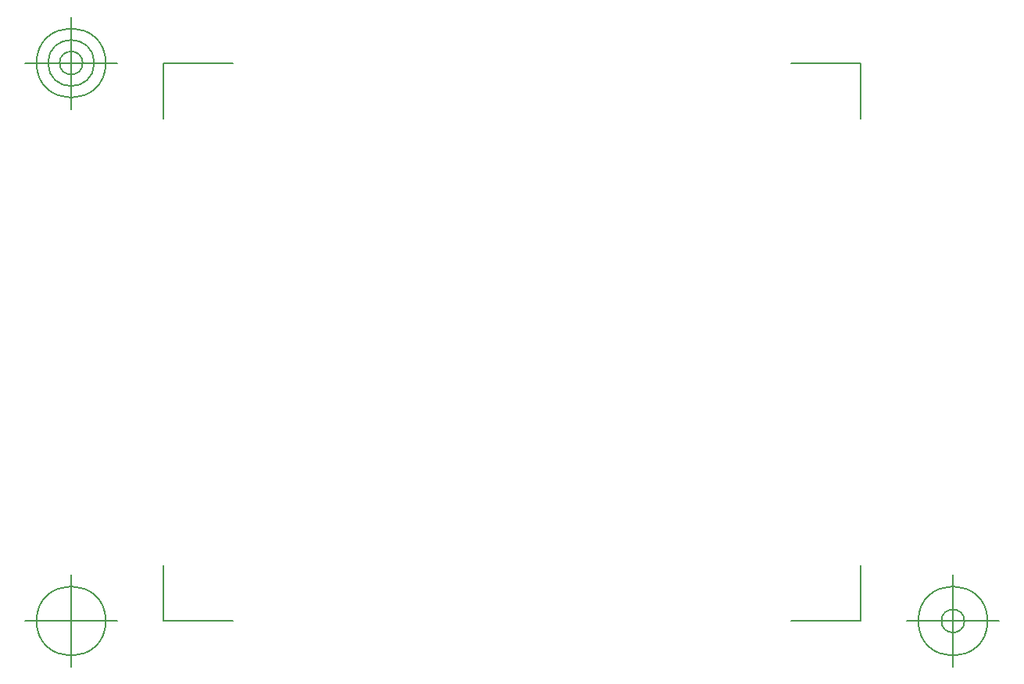
<source format=gbr>
G04 Generated by Ultiboard 14.2 *
%FSLAX34Y34*%
%MOMM*%

%ADD10C,0.0001*%
%ADD11C,0.1270*%


G04 ColorRGB FF14FF for the following layer *
%LNSilkscreen Bottom*%
%LPD*%
G54D10*
G54D11*
X-2540Y-2540D02*
X-2540Y57968D01*
X-2540Y-2540D02*
X72968Y-2540D01*
X752540Y-2540D02*
X677032Y-2540D01*
X752540Y-2540D02*
X752540Y57968D01*
X752540Y602540D02*
X752540Y542032D01*
X752540Y602540D02*
X677032Y602540D01*
X-2540Y602540D02*
X72968Y602540D01*
X-2540Y602540D02*
X-2540Y542032D01*
X-52540Y-2540D02*
X-152540Y-2540D01*
X-102540Y-52540D02*
X-102540Y47460D01*
X-140040Y-2540D02*
G75*
D01*
G02X-140040Y-2540I37500J0*
G01*
X802540Y-2540D02*
X902540Y-2540D01*
X852540Y-52540D02*
X852540Y47460D01*
X815040Y-2540D02*
G75*
D01*
G02X815040Y-2540I37500J0*
G01*
X840040Y-2540D02*
G75*
D01*
G02X840040Y-2540I12500J0*
G01*
X-52540Y602540D02*
X-152540Y602540D01*
X-102540Y552540D02*
X-102540Y652540D01*
X-140040Y602540D02*
G75*
D01*
G02X-140040Y602540I37500J0*
G01*
X-127540Y602540D02*
G75*
D01*
G02X-127540Y602540I25000J0*
G01*
X-115040Y602540D02*
G75*
D01*
G02X-115040Y602540I12500J0*
G01*

M02*

</source>
